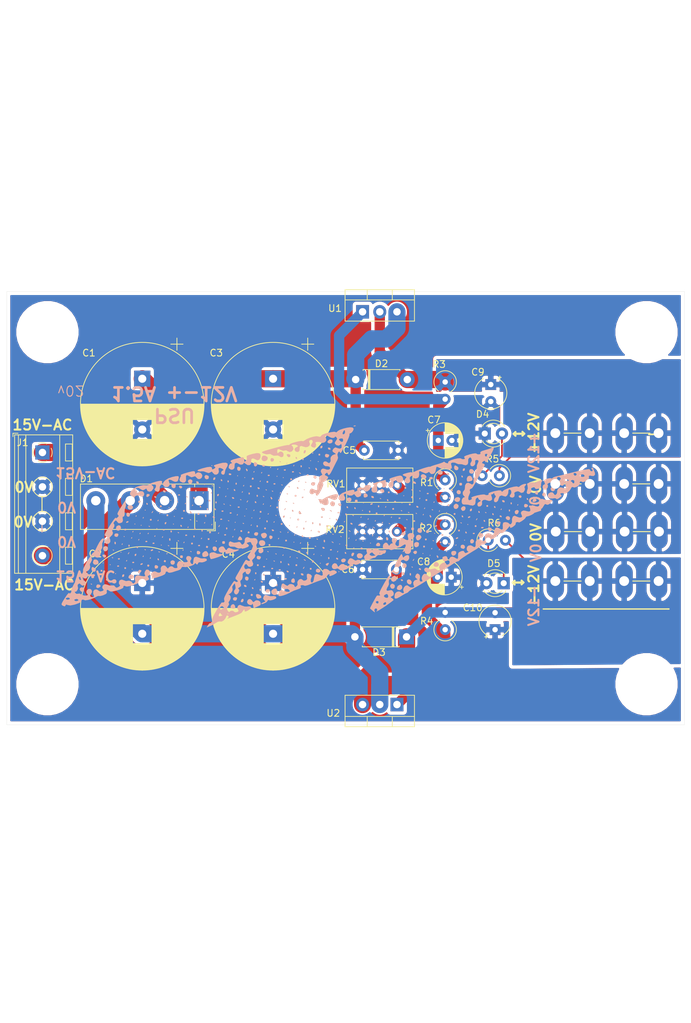
<source format=kicad_pcb>
(kicad_pcb (version 20171130) (host pcbnew "(5.1.4-0-10_14)")
  (title_block (title PSU) (date 2019-08-17) (rev v01) (company Matti))
  (layers (0 F.Cu power) (31 B.Cu power) (34 B.Paste user) (35 F.Paste user) (36 B.SilkS user hide) (37 F.SilkS user) (38 B.Mask user) (39 F.Mask user) (44 Edge.Cuts user))
  (net 0 "")
  (net 1 /GND)
  (net 2 "Net-(C7-Pad1)")
  (net 3 "Net-(C8-Pad2)")
  (net 4 /+12V)
  (net 5 /-12V)
  (net 6 "Net-(D1-Pad3)")
  (net 7 "Net-(D1-Pad2)")
  (net 8 "Net-(D4-Pad2)")
  (net 9 "Net-(D5-Pad1)")
  (net 10 "Net-(R1-Pad2)")
  (net 11 "Net-(R2-Pad1)")
  (net 12 /+V)
  (net 13 /-V)
  (module own_libraries:falshraster (layer B.Cu) (at 122.7455 106.2355 240)
    (fp_text reference G*** hide)
    (fp_text value LOGO hide)
  )
  (module Connector:FASTON_6.35_mm (layer F.Cu) (at 158.496 90.9165 180)
    (fp_text reference >NAME hide)
    (fp_text value "" (at 0 0) (layer F.SilkS) (effects (font (size 1.27 1.27))))
    (pad 2 thru_hole oval (at 2.54 0 180) (size 2.54 5.08) (drill 1.45) (layers *.Cu *.Mask) (net 4 /+12V))
    (pad 1 thru_hole oval (at -2.54 0 180) (size 2.54 5.08) (drill 1.45) (layers *.Cu *.Mask) (net 4 /+12V))
  )
  (module MountingHole:MountingHole_3mm (layer F.Cu) (at 169.418 128)
    (fp_text reference "" hide)
    (fp_text value 3mm)
    (pad "" np_thru_hole circle (at 0 0) (size 3.2 3.2) (drill 3.2) (layers *.Cu *.Mask))
  )
  (module MountingHole:MountingHole_3mm (layer F.Cu) (at 169.418 76)
    (fp_text reference "" hide)
    (fp_text value 3mm)
    (pad "" np_thru_hole circle (at 0 0) (size 3.2 3.2) (drill 3.2) (layers *.Cu *.Mask))
  )
  (module MountingHole:MountingHole_3mm (layer F.Cu) (at 119.6975 101.7115)
    (fp_text reference "" hide)
    (fp_text value 3mm)
    (pad "" np_thru_hole circle (at 0 0) (size 3.2 3.2) (drill 3.2) (layers *.Cu *.Mask))
  )
  (module MountingHole:MountingHole_3mm (layer F.Cu) (at 81 128)
    (fp_text reference "" hide)
    (fp_text value 3mm)
    (pad "" np_thru_hole circle (at 0 0) (size 3.2 3.2) (drill 3.2) (layers *.Cu *.Mask))
  )
  (module Diode_THT:D_DO-41_SOD81_P7.62mm_Horizontal (layer F.Cu) (at 134 121 180)
    (fp_text reference D3 (at 4.064 -2.286) (layer F.SilkS))
    (fp_text value 1N4007)
    (pad 2 thru_hole oval (at 7.62 0 180) (size 2.2 2.2) (drill 1.1) (layers *.Cu *.Mask) (net 13 /-V))
    (pad 1 thru_hole rect (at 0 0 180) (size 2.2 2.2) (drill 1.1) (layers *.Cu *.Mask) (net 5 /-12V))
  )
  (module Diode_THT:D_DO-41_SOD81_P7.62mm_Horizontal (layer F.Cu) (at 126.492 83)
    (fp_text reference D2 (at 3.81 -2.3495) (layer F.SilkS))
    (fp_text value 1N4007)
    (pad 2 thru_hole oval (at 7.62 0) (size 2.2 2.2) (drill 1.1) (layers *.Cu *.Mask) (net 4 /+12V))
    (pad 1 thru_hole rect (at 0 0) (size 2.2 2.2) (drill 1.1) (layers *.Cu *.Mask) (net 12 /+V))
  )
  (module Diode_THT:Diode_Bridge_Vishay_KBL (layer F.Cu) (at 103.378 100.886 180)
    (fp_text reference D1 (at 16.637 3.2385) (layer F.SilkS))
    (fp_text value KBL06-E4/51)
    (pad 1 thru_hole rect (at 0 0 180) (size 2.8 2.8) (drill 1.4) (layers *.Cu *.Mask) (net 12 /+V))
    (pad 2 thru_hole circle (at 5.08 0 180) (size 2.8 2.8) (drill 1.4) (layers *.Cu *.Mask) (net 7 "Net-(D1-Pad2)"))
    (pad 3 thru_hole circle (at 10.16 0 180) (size 2.8 2.8) (drill 1.4) (layers *.Cu *.Mask) (net 6 "Net-(D1-Pad3)"))
    (pad 4 thru_hole circle (at 15.24 0 180) (size 2.8 2.8) (drill 1.4) (layers *.Cu *.Mask) (net 13 /-V))
  )
  (module Potentiometer_THT:Potentiometer_Bourns_3296W_Vertical (layer F.Cu) (at 132.588 105.458)
    (fp_text reference RV2 (at -9.144 -0.3175) (layer F.SilkS))
    (fp_text value 100R)
    (pad 3 thru_hole circle (at -5.08 0) (size 1.44 1.44) (drill 0.8) (layers *.Cu *.Mask) (net 1 /GND))
    (pad 2 thru_hole circle (at -2.54 0) (size 1.44 1.44) (drill 0.8) (layers *.Cu *.Mask) (net 1 /GND))
    (pad 1 thru_hole circle (at 0 0) (size 1.44 1.44) (drill 0.8) (layers *.Cu *.Mask) (net 11 "Net-(R2-Pad1)"))
  )
  (module Connector:FASTON_6.35_mm (layer F.Cu) (at 168.656 98.4095 180)
    (fp_text reference >NAME hide)
    (fp_text value "" (at 0 0 180) (layer F.SilkS) (effects (font (size 1.27 1.27))))
    (pad 2 thru_hole oval (at 2.54 0 180) (size 2.54 5.08) (drill 1.45) (layers *.Cu *.Mask) (net 1 /GND))
    (pad 1 thru_hole oval (at -2.54 0 180) (size 2.54 5.08) (drill 1.45) (layers *.Cu *.Mask) (net 1 /GND))
  )
  (module Connector:FASTON_6.35_mm (layer F.Cu) (at 158.496 98.4095 180)
    (fp_text reference >NAME hide)
    (fp_text value "" (at 0 0 180) (layer F.SilkS) (effects (font (size 1.27 1.27))))
    (pad 2 thru_hole oval (at 2.54 0 180) (size 2.54 5.08) (drill 1.45) (layers *.Cu *.Mask) (net 1 /GND))
    (pad 1 thru_hole oval (at -2.54 0 180) (size 2.54 5.08) (drill 1.45) (layers *.Cu *.Mask) (net 1 /GND))
  )
  (module Connector:FASTON_6.35_mm (layer F.Cu) (at 168.7195 105.458 180)
    (fp_text reference >NAME hide)
    (fp_text value "" (at 0 0 180) (layer F.SilkS) (effects (font (size 1.27 1.27))))
    (pad 2 thru_hole oval (at 2.54 0 180) (size 2.54 5.08) (drill 1.45) (layers *.Cu *.Mask) (net 1 /GND))
    (pad 1 thru_hole oval (at -2.54 0 180) (size 2.54 5.08) (drill 1.45) (layers *.Cu *.Mask) (net 1 /GND))
  )
  (module Connector:FASTON_6.35_mm (layer F.Cu) (at 168.656 112.7605 180)
    (fp_text reference >NAME hide)
    (fp_text value "" (at 0 0 180) (layer F.SilkS) (effects (font (size 1.27 1.27))))
    (pad 2 thru_hole oval (at 2.54 0 180) (size 2.54 5.08) (drill 1.45) (layers *.Cu *.Mask) (net 5 /-12V))
    (pad 1 thru_hole oval (at -2.54 0 180) (size 2.54 5.08) (drill 1.45) (layers *.Cu *.Mask) (net 5 /-12V))
  )
  (module Connector:FASTON_6.35_mm (layer F.Cu) (at 158.5595 105.458 180)
    (fp_text reference >NAME hide)
    (fp_text value "" (at 0 0 180) (layer F.SilkS) (effects (font (size 1.27 1.27))))
    (pad 2 thru_hole oval (at 2.54 0 180) (size 2.54 5.08) (drill 1.45) (layers *.Cu *.Mask) (net 1 /GND))
    (pad 1 thru_hole oval (at -2.54 0 180) (size 2.54 5.08) (drill 1.45) (layers *.Cu *.Mask) (net 1 /GND))
  )
  (module Connector:FASTON_6.35_mm (layer F.Cu) (at 158.496 112.7605 180)
    (fp_text reference >NAME hide)
    (fp_text value "" (at 0 0 180) (layer F.SilkS) (effects (font (size 1.27 1.27))))
    (pad 2 thru_hole oval (at 2.54 0 180) (size 2.54 5.08) (drill 1.45) (layers *.Cu *.Mask) (net 5 /-12V))
    (pad 1 thru_hole oval (at -2.54 0 180) (size 2.54 5.08) (drill 1.45) (layers *.Cu *.Mask) (net 5 /-12V))
  )
  (module Connector:FASTON_6.35_mm (layer F.Cu) (at 168.656 90.9165 180)
    (fp_text reference >NAME hide)
    (fp_text value "" (at 0 0 180) (layer F.SilkS) (effects (font (size 1.27 1.27))))
    (pad 2 thru_hole oval (at 2.54 0 180) (size 2.54 5.08) (drill 1.45) (layers *.Cu *.Mask) (net 4 /+12V))
    (pad 1 thru_hole oval (at -2.54 0 180) (size 2.54 5.08) (drill 1.45) (layers *.Cu *.Mask) (net 4 /+12V))
  )
  (module TerminalBlock_RND:TerminalBlock_RND_205-00234_1x04_P5.08mm_Horizontal (layer F.Cu) (at 80.264 93.774 270)
    (fp_text reference J1 (at -1.4605 2.921) (layer F.SilkS))
    (fp_text value Screw_Terminal_01x04)
    (pad 4 thru_hole circle (at 15.24 0 270) (size 2.1 2.1) (drill 1.1) (layers *.Cu *.Mask) (net 6 "Net-(D1-Pad3)"))
    (pad 3 thru_hole circle (at 10.16 0 270) (size 2.1 2.1) (drill 1.1) (layers *.Cu *.Mask) (net 1 /GND))
    (pad 2 thru_hole circle (at 5.08 0 270) (size 2.1 2.1) (drill 1.1) (layers *.Cu *.Mask) (net 1 /GND))
    (pad 1 thru_hole rect (at 0 0 270) (size 2.1 2.1) (drill 1.1) (layers *.Cu *.Mask) (net 7 "Net-(D1-Pad2)"))
  )
  (module Resistor_THT:R_Axial_DIN0309_L9.0mm_D3.2mm_P2.54mm_Vertical (layer F.Cu) (at 147.701 97.203 180)
    (fp_text reference R5 (at 1.016 2.4765 180) (layer F.SilkS))
    (fp_text value 2K)
    (pad 2 thru_hole oval (at 2.54 0 180) (size 1.6 1.6) (drill 0.8) (layers *.Cu *.Mask) (net 8 "Net-(D4-Pad2)"))
    (pad 1 thru_hole circle (at 0 0 180) (size 1.6 1.6) (drill 0.8) (layers *.Cu *.Mask) (net 4 /+12V))
  )
  (module Resistor_THT:R_Axial_DIN0309_L9.0mm_D3.2mm_P2.54mm_Vertical (layer F.Cu) (at 139.7 97.838 270)
    (fp_text reference R1 (at 0.381 2.7305) (layer F.SilkS))
    (fp_text value 2K)
    (pad 2 thru_hole oval (at 2.54 0 270) (size 1.6 1.6) (drill 0.8) (layers *.Cu *.Mask) (net 10 "Net-(R1-Pad2)"))
    (pad 1 thru_hole circle (at 0 0 270) (size 1.6 1.6) (drill 0.8) (layers *.Cu *.Mask) (net 2 "Net-(C7-Pad1)"))
  )
  (module Resistor_THT:R_Axial_DIN0309_L9.0mm_D3.2mm_P2.54mm_Vertical (layer F.Cu) (at 139.7 104.442 270)
    (fp_text reference R2 (at 0.508 2.8575) (layer F.SilkS))
    (fp_text value 2K)
    (pad 2 thru_hole oval (at 2.54 0 270) (size 1.6 1.6) (drill 0.8) (layers *.Cu *.Mask) (net 3 "Net-(C8-Pad2)"))
    (pad 1 thru_hole circle (at 0 0 270) (size 1.6 1.6) (drill 0.8) (layers *.Cu *.Mask) (net 11 "Net-(R2-Pad1)"))
  )
  (module Resistor_THT:R_Axial_DIN0309_L9.0mm_D3.2mm_P2.54mm_Vertical (layer F.Cu) (at 146.05 106.728)
    (fp_text reference R6 (at 0.889 -2.54) (layer F.SilkS))
    (fp_text value 2K)
    (pad 2 thru_hole oval (at 2.54 0) (size 1.6 1.6) (drill 0.8) (layers *.Cu *.Mask) (net 5 /-12V))
    (pad 1 thru_hole circle (at 0 0) (size 1.6 1.6) (drill 0.8) (layers *.Cu *.Mask) (net 9 "Net-(D5-Pad1)"))
  )
  (module Resistor_THT:R_Axial_DIN0309_L9.0mm_D3.2mm_P2.54mm_Vertical (layer F.Cu) (at 139.7 83.36 270)
    (fp_text reference R3 (at -2.6035 0.889) (layer F.SilkS))
    (fp_text value 240R)
    (pad 2 thru_hole oval (at 2.54 0 270) (size 1.6 1.6) (drill 0.8) (layers *.Cu *.Mask) (net 2 "Net-(C7-Pad1)"))
    (pad 1 thru_hole circle (at 0 0 270) (size 1.6 1.6) (drill 0.8) (layers *.Cu *.Mask) (net 4 /+12V))
  )
  (module Resistor_THT:R_Axial_DIN0309_L9.0mm_D3.2mm_P2.54mm_Vertical (layer F.Cu) (at 139.7 119.936 90)
    (fp_text reference R4 (at 1.27 -2.72 180) (layer F.SilkS))
    (fp_text value 240R)
    (pad 2 thru_hole oval (at 2.54 0 90) (size 1.6 1.6) (drill 0.8) (layers *.Cu *.Mask) (net 5 /-12V))
    (pad 1 thru_hole circle (at 0 0 90) (size 1.6 1.6) (drill 0.8) (layers *.Cu *.Mask) (net 3 "Net-(C8-Pad2)"))
  )
  (module MountingHole:MountingHole_3mm (layer F.Cu) (at 81 76)
    (fp_text reference "" hide)
    (fp_text value 3mm)
    (pad "" np_thru_hole circle (at 0 0) (size 3.2 3.2) (drill 3.2) (layers *.Cu *.Mask))
  )
  (module Capacitor_THT:CP_Radial_D18.0mm_P7.50mm (layer F.Cu) (at 94.996 82.884 270)
    (fp_text reference C1 (at -3.81 7.874) (layer F.SilkS))
    (fp_text value "4700uF 35V")
    (pad 1 thru_hole rect (at 0 0 270) (size 2.4 2.4) (drill 1.2) (layers *.Cu *.Mask) (net 12 /+V))
    (pad 2 thru_hole circle (at 7.5 0 270) (size 2.4 2.4) (drill 1.2) (layers *.Cu *.Mask) (net 1 /GND))
  )
  (module Capacitor_THT:CP_Radial_D18.0mm_P7.50mm (layer F.Cu) (at 94.996 113.046 270)
    (fp_text reference C2 (at -4.318 6.9215) (layer F.SilkS))
    (fp_text value "4700uF 35V")
    (pad 1 thru_hole rect (at 0 0 270) (size 2.4 2.4) (drill 1.2) (layers *.Cu *.Mask) (net 1 /GND))
    (pad 2 thru_hole circle (at 7.5 0 270) (size 2.4 2.4) (drill 1.2) (layers *.Cu *.Mask) (net 13 /-V))
  )
  (module Capacitor_THT:CP_Radial_D18.0mm_P7.50mm (layer F.Cu) (at 114.3 82.884 270)
    (fp_text reference C3 (at -3.81 8.382) (layer F.SilkS))
    (fp_text value "4700uF 35V")
    (pad 2 thru_hole circle (at 7.5 0 270) (size 2.4 2.4) (drill 1.2) (layers *.Cu *.Mask) (net 1 /GND))
    (pad 1 thru_hole rect (at 0 0 270) (size 2.4 2.4) (drill 1.2) (layers *.Cu *.Mask) (net 12 /+V))
  )
  (module Capacitor_THT:CP_Radial_D18.0mm_P7.50mm (layer F.Cu) (at 114.3 113.046 270)
    (fp_text reference C4 (at -4.2545 6.604) (layer F.SilkS))
    (fp_text value "4700uF 35V")
    (pad 2 thru_hole circle (at 7.5 0 270) (size 2.4 2.4) (drill 1.2) (layers *.Cu *.Mask) (net 13 /-V))
    (pad 1 thru_hole rect (at 0 0 270) (size 2.4 2.4) (drill 1.2) (layers *.Cu *.Mask) (net 1 /GND))
  )
  (module Capacitor_THT:C_Disc_D5.0mm_W2.5mm_P5.00mm (layer F.Cu) (at 127.762 93.4565)
    (fp_text reference C5 (at -2.2225 0) (layer F.SilkS))
    (fp_text value 100nF)
    (pad 1 thru_hole circle (at 0 0) (size 1.6 1.6) (drill 0.8) (layers *.Cu *.Mask) (net 12 /+V))
    (pad 2 thru_hole circle (at 5 0) (size 1.6 1.6) (drill 0.8) (layers *.Cu *.Mask) (net 1 /GND))
  )
  (module Capacitor_THT:C_Disc_D5.0mm_W2.5mm_P5.00mm (layer F.Cu) (at 127.508 111.046)
    (fp_text reference C6 (at -2.159 0) (layer F.SilkS))
    (fp_text value 100nF)
    (pad 2 thru_hole circle (at 5 0) (size 1.6 1.6) (drill 0.8) (layers *.Cu *.Mask) (net 13 /-V))
    (pad 1 thru_hole circle (at 0 0) (size 1.6 1.6) (drill 0.8) (layers *.Cu *.Mask) (net 1 /GND))
  )
  (module Capacitor_THT:CP_Radial_D5.0mm_P2.00mm (layer F.Cu) (at 138.684 91.996)
    (fp_text reference C7 (at -0.635 -3.048) (layer F.SilkS))
    (fp_text value "10uF 25V")
    (pad 2 thru_hole circle (at 2 0) (size 1.6 1.6) (drill 0.8) (layers *.Cu *.Mask) (net 1 /GND))
    (pad 1 thru_hole rect (at 0 0) (size 1.6 1.6) (drill 0.8) (layers *.Cu *.Mask) (net 2 "Net-(C7-Pad1)"))
  )
  (module Capacitor_THT:CP_Radial_D5.0mm_P2.00mm (layer F.Cu) (at 140.589 112.189 180)
    (fp_text reference C8 (at 4.064 2.286 180) (layer F.SilkS))
    (fp_text value "10uF 25V")
    (pad 1 thru_hole rect (at 0 0 180) (size 1.6 1.6) (drill 0.8) (layers *.Cu *.Mask) (net 1 /GND))
    (pad 2 thru_hole circle (at 2 0 180) (size 1.6 1.6) (drill 0.8) (layers *.Cu *.Mask) (net 3 "Net-(C8-Pad2)"))
  )
  (module Capacitor_THT:CP_Radial_Tantal_D4.5mm_P2.50mm (layer F.Cu) (at 146.431 83.741 270)
    (fp_text reference C9 (at -1.8415 1.905) (layer F.SilkS))
    (fp_text value "1uF Tantal")
    (pad 1 thru_hole rect (at 0 0 270) (size 1.6 1.6) (drill 0.8) (layers *.Cu *.Mask) (net 4 /+12V))
    (pad 2 thru_hole circle (at 2.5 0 270) (size 1.6 1.6) (drill 0.8) (layers *.Cu *.Mask) (net 1 /GND))
  )
  (module Capacitor_THT:CP_Radial_Tantal_D4.5mm_P2.50mm (layer F.Cu) (at 147.066 119.936 90)
    (fp_text reference C10 (at 3.2385 -3.302 180) (layer F.SilkS))
    (fp_text value "1uF Tantal")
    (pad 2 thru_hole circle (at 2.5 0 90) (size 1.6 1.6) (drill 0.8) (layers *.Cu *.Mask) (net 5 /-12V))
    (pad 1 thru_hole rect (at 0 0 90) (size 1.6 1.6) (drill 0.8) (layers *.Cu *.Mask) (net 1 /GND))
  )
  (module LED_THT:LED_D3.0mm (layer F.Cu) (at 145.542 90.98)
    (fp_text reference D4 (at -0.3175 -2.8575) (layer F.SilkS))
    (fp_text value "Red 3mm")
    (pad 1 thru_hole rect (at 0 0) (size 1.8 1.8) (drill 0.9) (layers *.Cu *.Mask) (net 1 /GND))
    (pad 2 thru_hole circle (at 2.54 0) (size 1.8 1.8) (drill 0.9) (layers *.Cu *.Mask) (net 8 "Net-(D4-Pad2)"))
  )
  (module LED_THT:LED_D3.0mm (layer F.Cu) (at 148.336 113.078 180)
    (fp_text reference D5 (at 1.4605 2.921 180) (layer F.SilkS))
    (fp_text value "Red 3mm")
    (pad 1 thru_hole rect (at 0 0 180) (size 1.8 1.8) (drill 0.9) (layers *.Cu *.Mask) (net 9 "Net-(D5-Pad1)"))
    (pad 2 thru_hole circle (at 2.54 0 180) (size 1.8 1.8) (drill 0.9) (layers *.Cu *.Mask) (net 1 /GND))
  )
  (module Potentiometer_THT:Potentiometer_Bourns_3296W_Vertical (layer F.Cu) (at 132.588 98.6)
    (fp_text reference RV1 (at -9.017 -0.1905) (layer F.SilkS))
    (fp_text value 100R)
    (pad 1 thru_hole circle (at 0 0) (size 1.44 1.44) (drill 0.8) (layers *.Cu *.Mask) (net 10 "Net-(R1-Pad2)"))
    (pad 2 thru_hole circle (at -2.54 0) (size 1.44 1.44) (drill 0.8) (layers *.Cu *.Mask) (net 1 /GND))
    (pad 3 thru_hole circle (at -5.08 0) (size 1.44 1.44) (drill 0.8) (layers *.Cu *.Mask) (net 1 /GND))
  )
  (module Package_TO_SOT_THT:TO-220-3_Vertical (layer F.Cu) (at 127.508 73)
    (fp_text reference U1 (at -4.064 -0.508) (layer F.SilkS))
    (fp_text value LM317_3PinPackage)
    (pad 1 thru_hole rect (at 0 0) (size 1.905 2) (drill 1.1) (layers *.Cu *.Mask) (net 2 "Net-(C7-Pad1)"))
    (pad 2 thru_hole oval (at 2.54 0) (size 1.905 2) (drill 1.1) (layers *.Cu *.Mask) (net 4 /+12V))
    (pad 3 thru_hole oval (at 5.08 0) (size 1.905 2) (drill 1.1) (layers *.Cu *.Mask) (net 12 /+V))
  )
  (module Package_TO_SOT_THT:TO-220-3_Vertical (layer F.Cu) (at 132.588 131 180)
    (fp_text reference U2 (at 9.398 -1.27 180) (layer F.SilkS))
    (fp_text value LM337_TO220)
    (pad 3 thru_hole oval (at 5.08 0 180) (size 1.905 2) (drill 1.1) (layers *.Cu *.Mask) (net 5 /-12V))
    (pad 2 thru_hole oval (at 2.54 0 180) (size 1.905 2) (drill 1.1) (layers *.Cu *.Mask) (net 13 /-V))
    (pad 1 thru_hole rect (at 0 0 180) (size 1.905 2) (drill 1.1) (layers *.Cu *.Mask) (net 3 "Net-(C8-Pad2)"))
  )
  (gr_line (start 75 134) (end 75 70) (layer Edge.Cuts) (width 0.0254))
  (gr_line (start 80.2005 103.378) (end 80.2005 105.537) (layer B.SilkS) (width 0.15))
  (gr_line (start 80.2005 100.251) (end 80.2005 102.41) (layer F.SilkS) (width 0.15))
  (gr_text 0V (at 77.4065 104.061) (layer F.SilkS) (effects (font (size 1.5 1.5) (thickness 0.3))))
  (gr_text 0V (at 77.5335 98.9175) (layer F.SilkS) (effects (font (size 1.5 1.5) (thickness 0.3))))
  (gr_text v02 (at 84.455 84.6455 180) (layer B.SilkS) (effects (font (size 1.5 1.5)) (justify mirror)))
  (gr_text ← (at 150.241 112.8875) (layer F.SilkS) (effects (font (size 1.5 1.5) (thickness 0.3))))
  (gr_text ← (at 150.6855 113.078 180) (layer F.SilkS) (effects (font (size 1.5 1.5) (thickness 0.3))))
  (gr_text ← (at 150.8125 91.107 180) (layer F.SilkS) (effects (font (size 1.5 1.5) (thickness 0.3))))
  (gr_text ← (at 150.368 90.9165) (layer F.SilkS) (effects (font (size 1.5 1.5) (thickness 0.3))))
  (gr_text —> (at 170.815 90.98) (layer F.SilkS) (effects (font (size 1 1) (thickness 0.25))))
  (gr_text +12V (at 152.781 93.7895 90) (layer B.SilkS) (effects (font (size 1.5 1.5) (thickness 0.3)) (justify mirror)))
  (gr_text 0V (at 153.035 101.5365 90) (layer B.SilkS) (effects (font (size 1.5 1.5) (thickness 0.3)) (justify mirror)))
  (gr_text 0V (at 153.0985 108.585 90) (layer B.SilkS) (effects (font (size 1.5 1.5) (thickness 0.3)) (justify mirror)))
  (gr_text -12V (at 152.781 116.3955 90) (layer B.SilkS) (effects (font (size 1.5 1.5) (thickness 0.3)) (justify mirror)))
  (gr_text 0V (at 153.035 98.5365 90) (layer F.SilkS) (effects (font (size 1.5 1.5) (thickness 0.3))))
  (gr_text 0V (at 153.0985 105.585 90) (layer F.SilkS) (effects (font (size 1.5 1.5) (thickness 0.3))))
  (gr_text +12V (at 152.781 90.9165 90) (layer F.SilkS) (effects (font (size 1.5 1.5) (thickness 0.3))))
  (gr_text -12V (at 152.781 113.3955 90) (layer F.SilkS) (effects (font (size 1.5 1.5) (thickness 0.3))))
  (gr_line (start 172.72 116.888) (end 172.466 116.888) (layer F.SilkS) (width 0.2))
  (gr_line (start 154.178 116.888) (end 172.72 116.888) (layer F.SilkS) (width 0.2))
  (gr_text 15V-AC (at 86.614 112.014 180) (layer B.SilkS) (effects (font (size 1.5 1.5) (thickness 0.3)) (justify mirror)))
  (gr_text 15V-AC (at 86.614 96.774 180) (layer B.SilkS) (effects (font (size 1.5 1.5) (thickness 0.3)) (justify mirror)))
  (gr_text 0V (at 83.82 106.934 180) (layer B.SilkS) (effects (font (size 1.5 1.5) (thickness 0.3)) (justify mirror)))
  (gr_text "PSU\n1.5A +-12V" (at 99.7585 86.6775 180) (layer B.SilkS) (effects (font (size 2 2) (thickness 0.4)) (justify mirror)))
  (gr_text 15V-AC (at 80.518 113.332) (layer F.SilkS) (effects (font (size 1.5 1.5) (thickness 0.3))))
  (gr_text 0V (at 83.82 101.854 180) (layer B.SilkS) (effects (font (size 1.5 1.5) (thickness 0.3)) (justify mirror)))
  (gr_text 15V-AC (at 80.264 89.71) (layer F.SilkS) (effects (font (size 1.5 1.5) (thickness 0.3))))
  (gr_line (start 175 70) (end 75 70) (layer Edge.Cuts) (width 0.0254))
  (gr_line (start 175 134) (end 175 70) (layer Edge.Cuts) (width 0.0254))
  (gr_line (start 75 134) (end 175 134) (layer Edge.Cuts) (width 0.0254))
  (segment (start 125.280398 85.9) (end 138.56863 85.9) (width 1.524) (layer B.Cu) (net 2))
  (segment (start 124.043991 84.663593) (end 125.280398 85.9) (width 1.524) (layer B.Cu) (net 2))
  (segment (start 124.043991 76.511509) (end 124.043991 84.663593) (width 1.524) (layer B.Cu) (net 2))
  (segment (start 127.508 73.0475) (end 124.043991 76.511509) (width 1.524) (layer B.Cu) (net 2))
  (segment (start 138.56863 85.9) (end 139.7 85.9) (width 1.524) (layer B.Cu) (net 2))
  (segment (start 127.508 73) (end 127.508 73.0475) (width 1.524) (layer B.Cu) (net 2))
  (segment (start 138.684 86.916) (end 138.684 91.996) (width 1.524) (layer F.Cu) (net 2))
  (segment (start 139.7 85.9) (end 138.684 86.916) (width 1.524) (layer F.Cu) (net 2))
  (segment (start 138.684 96.822) (end 139.7 97.838) (width 1.524) (layer F.Cu) (net 2))
  (segment (start 138.684 91.996) (end 138.684 96.822) (width 1.524) (layer F.Cu) (net 2))
  (segment (start 138.589 108.093) (end 138.589 112.189) (width 1.524) (layer F.Cu) (net 3))
  (segment (start 139.7 106.982) (end 138.589 108.093) (width 1.524) (layer F.Cu) (net 3))
  (segment (start 132.588 131) (end 139.7 123.888) (width 1.524) (layer F.Cu) (net 3))
  (segment (start 137 113.778) (end 137 118) (width 1.524) (layer F.Cu) (net 3))
  (segment (start 137 118) (end 139.7 120.7) (width 1.524) (layer F.Cu) (net 3))
  (segment (start 138.589 112.189) (end 137 113.778) (width 1.524) (layer F.Cu) (net 3))
  (segment (start 139.7 120.7) (end 139.7 119.936) (width 1.524) (layer F.Cu) (net 3))
  (segment (start 139.7 123.888) (end 139.7 120.7) (width 1.524) (layer F.Cu) (net 3))
  (segment (start 139.34 83) (end 139.7 83.36) (width 2.54) (layer F.Cu) (net 4))
  (segment (start 134.112 83) (end 139.34 83) (width 2.54) (layer F.Cu) (net 4))
  (segment (start 130.048 78.936) (end 134.112 83) (width 1.524) (layer F.Cu) (net 4))
  (segment (start 130.048 73) (end 130.048 78.936) (width 1.524) (layer F.Cu) (net 4))
  (segment (start 147.701 96.07163) (end 149.77263 94) (width 0.254) (layer F.Cu) (net 4))
  (segment (start 147.701 97.203) (end 147.701 96.07163) (width 0.254) (layer F.Cu) (net 4))
  (segment (start 147.026 117.396) (end 147.066 117.436) (width 1.524) (layer F.Cu) (net 5))
  (segment (start 133.64 125) (end 134 124.64) (width 2.54) (layer F.Cu) (net 5))
  (segment (start 129.968 125) (end 133.64 125) (width 2.54) (layer F.Cu) (net 5))
  (segment (start 134 124.64) (end 134 121) (width 2.54) (layer F.Cu) (net 5))
  (segment (start 127.508 127.46) (end 129.968 125) (width 2.54) (layer F.Cu) (net 5))
  (segment (start 127.508 131) (end 127.508 127.46) (width 2.54) (layer F.Cu) (net 5))
  (segment (start 147.026 117.396) (end 147.066 117.436) (width 1.524) (layer B.Cu) (net 5))
  (segment (start 139.7 117.396) (end 147.026 117.396) (width 1.524) (layer B.Cu) (net 5))
  (segment (start 147.066 117.436) (end 149.564 117.436) (width 1.524) (layer B.Cu) (net 5))
  (segment (start 139.7 117.396) (end 149.604 117.396) (width 1.524) (layer F.Cu) (net 5))
  (segment (start 137.604 117.396) (end 139.7 117.396) (width 1.524) (layer B.Cu) (net 5))
  (segment (start 134 121) (end 137.604 117.396) (width 1.524) (layer B.Cu) (net 5))
  (segment (start 148.59 106.728) (end 151.862 110) (width 0.254) (layer F.Cu) (net 5))
  (segment (start 151.862 110) (end 152 110) (width 0.254) (layer F.Cu) (net 5))
  (segment (start 151.862 110) (end 149.817001 107.955001) (width 0.254) (layer F.Cu) (net 5))
  (segment (start 85.09 109.014) (end 93.218 100.886) (width 2.54) (layer F.Cu) (net 6))
  (segment (start 80.264 109.014) (end 85.09 109.014) (width 2.54) (layer F.Cu) (net 6))
  (segment (start 80.264 93.774) (end 84.074 93.774) (width 2.54) (layer F.Cu) (net 7))
  (segment (start 84.074 93.774) (end 85.852 95.552) (width 2.54) (layer F.Cu) (net 7))
  (segment (start 92.964 95.552) (end 98.298 100.886) (width 2.54) (layer F.Cu) (net 7))
  (segment (start 85.852 95.552) (end 92.964 95.552) (width 2.54) (layer F.Cu) (net 7))
  (segment (start 148.082 94.282) (end 145.161 97.203) (width 0.254) (layer F.Cu) (net 8))
  (segment (start 148.082 90.98) (end 148.082 94.282) (width 0.254) (layer F.Cu) (net 8))
  (segment (start 146.05 106.728) (end 146.05 109.05) (width 0.254) (layer F.Cu) (net 9))
  (segment (start 148.336 111.336) (end 148.336 113.078) (width 0.254) (layer F.Cu) (net 9))
  (segment (start 146.05 109.05) (end 148.336 111.336) (width 0.254) (layer F.Cu) (net 9))
  (segment (start 134.366 100.378) (end 139.7 100.378) (width 1.524) (layer F.Cu) (net 10))
  (segment (start 132.588 98.6) (end 134.366 100.378) (width 1.524) (layer F.Cu) (net 10))
  (segment (start 133.604 104.442) (end 139.7 104.442) (width 1.524) (layer F.Cu) (net 11))
  (segment (start 132.588 105.458) (end 133.604 104.442) (width 1.524) (layer F.Cu) (net 11))
  (segment (start 127.254 82.09) (end 127.254 82.446447) (width 1.524) (layer B.Cu) (net 12))
  (segment (start 103.378 91.266) (end 94.996 82.884) (width 2.54) (layer F.Cu) (net 12))
  (segment (start 103.378 100.886) (end 103.378 91.266) (width 2.54) (layer F.Cu) (net 12))
  (segment (start 110.56 82.884) (end 114.3 82.884) (width 2.54) (layer F.Cu) (net 12))
  (segment (start 103.378 90.066) (end 110.56 82.884) (width 2.54) (layer F.Cu) (net 12))
  (segment (start 103.378 91.266) (end 103.378 90.066) (width 2.54) (layer F.Cu) (net 12))
  (segment (start 126.376 82.884) (end 126.492 83) (width 2.54) (layer B.Cu) (net 12))
  (segment (start 126.492 79.36) (end 128.852 77) (width 2.54) (layer B.Cu) (net 12))
  (segment (start 126.492 83) (end 126.492 79.36) (width 2.54) (layer B.Cu) (net 12))
  (segment (start 128.852 77) (end 131 77) (width 2.54) (layer B.Cu) (net 12))
  (segment (start 132.588 75.412) (end 132.588 73) (width 2.54) (layer B.Cu) (net 12))
  (segment (start 131 77) (end 132.588 75.412) (width 2.54) (layer B.Cu) (net 12))
  (segment (start 126.376 82.884) (end 126.492 83) (width 2.54) (layer F.Cu) (net 12))
  (segment (start 114.3 82.884) (end 126.376 82.884) (width 2.54) (layer F.Cu) (net 12))
  (segment (start 126.492 92.1865) (end 127.762 93.4565) (width 1.524) (layer F.Cu) (net 12))
  (segment (start 126.492 83) (end 126.492 92.1865) (width 1.524) (layer F.Cu) (net 12))
  (segment (start 93.796001 119.346001) (end 94.996 120.546) (width 2.54) (layer B.Cu) (net 13))
  (segment (start 88.138 113.688) (end 93.796001 119.346001) (width 2.54) (layer B.Cu) (net 13))
  (segment (start 88.138 100.886) (end 88.138 113.688) (width 2.54) (layer B.Cu) (net 13))
  (segment (start 94.996 120.546) (end 114.3 120.546) (width 2.54) (layer B.Cu) (net 13))
  (segment (start 125.926 120.546) (end 126.38 121) (width 2.54) (layer B.Cu) (net 13))
  (segment (start 114.3 120.546) (end 125.926 120.546) (width 2.54) (layer B.Cu) (net 13))
  (segment (start 130.048 126.223634) (end 130.048 131) (width 2.54) (layer B.Cu) (net 13))
  (segment (start 126.38 122.555634) (end 130.048 126.223634) (width 2.54) (layer B.Cu) (net 13))
  (segment (start 126.38 121) (end 126.38 122.555634) (width 2.54) (layer B.Cu) (net 13))
  (segment (start 132.508 112.17737) (end 132.508 111.046) (width 1.524) (layer F.Cu) (net 13))
  (segment (start 132.508 112.492) (end 132.508 112.17737) (width 1.524) (layer F.Cu) (net 13))
  (segment (start 126.38 118.62) (end 132.508 112.492) (width 1.524) (layer F.Cu) (net 13))
  (segment (start 126.38 121) (end 126.38 118.62) (width 1.524) (layer F.Cu) (net 13))
  (zone (net 1) (net_name /GND) (layer F.Cu) (priority 1) (connect_pads (clearance 0.508)) (min_thickness 0.254) (fill yes (arc_segments 16) (thermal_gap 0.508) (thermal_bridge_width 0.8))
    (polygon (pts (xy 74 69) (xy 74 135) (xy 176 135) (xy 176 69)))
  )
  (zone (net 1) (net_name /GND) (layer B.Cu) (connect_pads (clearance 0.508)) (min_thickness 0.254) (fill yes (arc_segments 16) (thermal_gap 0.508) (thermal_bridge_width 0.8))
    (polygon (pts (xy 74 69) (xy 74 135) (xy 176 135) (xy 176 69)))
  )
  (zone (net 5) (net_name /-12V) (layer F.Cu) (priority 2) (connect_pads (clearance 0.508)) (min_thickness 0.254) (fill yes (arc_segments 16) (thermal_gap 0.508) (thermal_bridge_width 0.8))
    (polygon (pts (xy 149.606 109.3315) (xy 149.606 125.2065) (xy 176 125) (xy 176 109.268)))
  )
  (zone (net 4) (net_name /+12V) (layer F.Cu) (priority 2) (connect_pads (clearance 0.508)) (min_thickness 0.254) (fill yes (arc_segments 16) (thermal_gap 0.508) (thermal_bridge_width 0.8))
    (polygon (pts (xy 148.336 84.8205) (xy 148.336 94.536) (xy 176 94.536) (xy 176 80) (xy 138.43 80) (xy 138.3665 84.8205)))
  )
  (zone (net 5) (net_name /-12V) (layer B.Cu) (priority 2) (connect_pads (clearance 0.508)) (min_thickness 0.254) (fill yes (arc_segments 16) (thermal_gap 0.508) (thermal_bridge_width 0.8))
    (polygon (pts (xy 149.606 109.3315) (xy 149.606 125.2065) (xy 176 125.016) (xy 176 109.268)))
  )
  (zone (net 4) (net_name /+12V) (layer B.Cu) (priority 2) (connect_pads (clearance 0.508)) (min_thickness 0.254) (fill yes (arc_segments 16) (thermal_gap 0.508) (thermal_bridge_width 0.8))
    (polygon (pts (xy 148.274636 84.785194) (xy 148.274636 94.500694) (xy 176 94.500694) (xy 176 80) (xy 138.368636 80) (xy 138.305136 84.785194)))
  )
)
</source>
